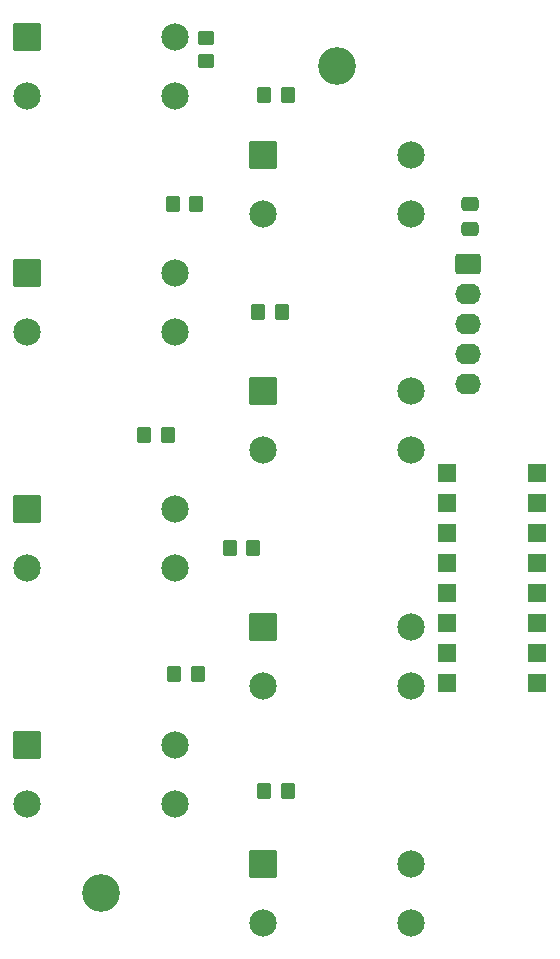
<source format=gbr>
G04 #@! TF.GenerationSoftware,KiCad,Pcbnew,8.0.8*
G04 #@! TF.CreationDate,2025-03-03T22:19:49-06:00*
G04 #@! TF.ProjectId,group13_buttons,67726f75-7031-4335-9f62-7574746f6e73,rev?*
G04 #@! TF.SameCoordinates,Original*
G04 #@! TF.FileFunction,Soldermask,Top*
G04 #@! TF.FilePolarity,Negative*
%FSLAX46Y46*%
G04 Gerber Fmt 4.6, Leading zero omitted, Abs format (unit mm)*
G04 Created by KiCad (PCBNEW 8.0.8) date 2025-03-03 22:19:49*
%MOMM*%
%LPD*%
G01*
G04 APERTURE LIST*
G04 Aperture macros list*
%AMRoundRect*
0 Rectangle with rounded corners*
0 $1 Rounding radius*
0 $2 $3 $4 $5 $6 $7 $8 $9 X,Y pos of 4 corners*
0 Add a 4 corners polygon primitive as box body*
4,1,4,$2,$3,$4,$5,$6,$7,$8,$9,$2,$3,0*
0 Add four circle primitives for the rounded corners*
1,1,$1+$1,$2,$3*
1,1,$1+$1,$4,$5*
1,1,$1+$1,$6,$7*
1,1,$1+$1,$8,$9*
0 Add four rect primitives between the rounded corners*
20,1,$1+$1,$2,$3,$4,$5,0*
20,1,$1+$1,$4,$5,$6,$7,0*
20,1,$1+$1,$6,$7,$8,$9,0*
20,1,$1+$1,$8,$9,$2,$3,0*%
G04 Aperture macros list end*
%ADD10C,2.304000*%
%ADD11RoundRect,0.102000X-1.050000X-1.050000X1.050000X-1.050000X1.050000X1.050000X-1.050000X1.050000X0*%
%ADD12RoundRect,0.250000X-0.350000X-0.450000X0.350000X-0.450000X0.350000X0.450000X-0.350000X0.450000X0*%
%ADD13RoundRect,0.250000X0.350000X0.450000X-0.350000X0.450000X-0.350000X-0.450000X0.350000X-0.450000X0*%
%ADD14RoundRect,0.250000X-0.450000X0.350000X-0.450000X-0.350000X0.450000X-0.350000X0.450000X0.350000X0*%
%ADD15O,2.190000X1.740000*%
%ADD16RoundRect,0.250000X-0.845000X0.620000X-0.845000X-0.620000X0.845000X-0.620000X0.845000X0.620000X0*%
%ADD17C,3.200000*%
%ADD18RoundRect,0.250000X0.475000X-0.337500X0.475000X0.337500X-0.475000X0.337500X-0.475000X-0.337500X0*%
%ADD19R,1.600000X1.600000*%
G04 APERTURE END LIST*
D10*
X173851000Y-192809000D03*
X161351000Y-192809000D03*
X173851000Y-187809000D03*
D11*
X161351000Y-187809000D03*
X161351000Y-167809000D03*
D10*
X173851000Y-167809000D03*
X161351000Y-172809000D03*
X173851000Y-172809000D03*
D11*
X161351000Y-147809000D03*
D10*
X173851000Y-147809000D03*
X161351000Y-152809000D03*
X173851000Y-152809000D03*
D11*
X161351000Y-127809000D03*
D10*
X173851000Y-127809000D03*
X161351000Y-132809000D03*
X173851000Y-132809000D03*
X153851000Y-182809000D03*
X141351000Y-182809000D03*
X153851000Y-177809000D03*
D11*
X141351000Y-177809000D03*
X141351000Y-157809000D03*
D10*
X153851000Y-157809000D03*
X141351000Y-162809000D03*
X153851000Y-162809000D03*
D11*
X141351000Y-137809000D03*
D10*
X153851000Y-137809000D03*
X141351000Y-142809000D03*
X153851000Y-142809000D03*
D11*
X141351000Y-117809000D03*
D10*
X153851000Y-117809000D03*
X141351000Y-122809000D03*
X153851000Y-122809000D03*
D12*
X163444000Y-181650000D03*
X161444000Y-181650000D03*
D13*
X158523000Y-161076000D03*
X160523000Y-161076000D03*
D12*
X162936000Y-141137000D03*
X160936000Y-141137000D03*
X163460000Y-122722000D03*
X161460000Y-122722000D03*
X155824000Y-171744000D03*
X153824000Y-171744000D03*
D13*
X151284000Y-151551000D03*
X153284000Y-151551000D03*
D12*
X155697000Y-131993000D03*
X153697000Y-131993000D03*
D14*
X156491000Y-119896000D03*
X156491000Y-117896000D03*
D15*
X178716000Y-147233000D03*
X178716000Y-144693000D03*
X178716000Y-142153000D03*
X178716000Y-139613000D03*
D16*
X178716000Y-137073000D03*
D17*
X147601000Y-190309000D03*
X167601000Y-120309000D03*
D18*
X178843000Y-131993000D03*
X178843000Y-134068000D03*
D19*
X184558000Y-172506000D03*
X184558000Y-169966000D03*
X184558000Y-167426000D03*
X184558000Y-164886000D03*
X184558000Y-162346000D03*
X184558000Y-159806000D03*
X184558000Y-157266000D03*
X184558000Y-154726000D03*
X176938000Y-154726000D03*
X176938000Y-157266000D03*
X176938000Y-159806000D03*
X176938000Y-162346000D03*
X176938000Y-164886000D03*
X176938000Y-167426000D03*
X176938000Y-169966000D03*
X176938000Y-172506000D03*
M02*

</source>
